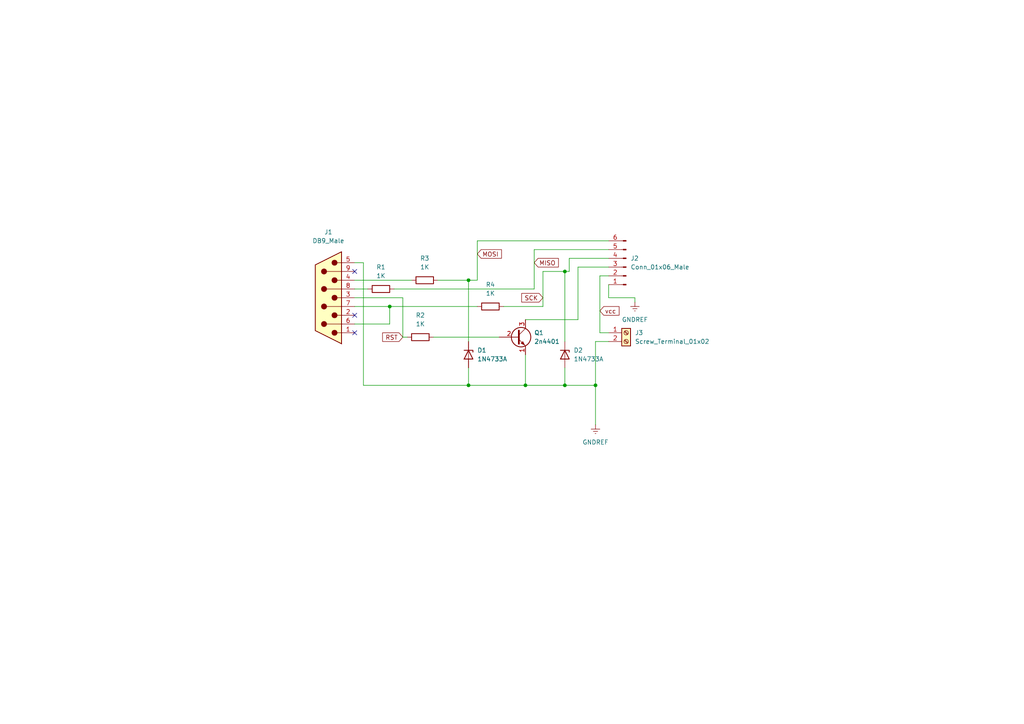
<source format=kicad_sch>
(kicad_sch (version 20211123) (generator eeschema)
  (paper "A4")
  (lib_symbols
    (symbol "Connector:Conn_01x06_Male" (pin_names (offset 1.016) hide)
      (property "Reference" "J" (at 0 7.62 0))
      (property "Value" "Conn_01x06_Male" (at 0 -10.16 0))
      (symbol "Conn_01x06_Male_1_1"
        (polyline (pts (xy 1.27 -7.62) (xy 0.8636 -7.62)) (stroke (width 0.1524)))
        (polyline (pts (xy 1.27 -5.08) (xy 0.8636 -5.08)) (stroke (width 0.1524)))
        (polyline (pts (xy 1.27 -2.54) (xy 0.8636 -2.54)) (stroke (width 0.1524)))
        (polyline (pts (xy 1.27 0) (xy 0.8636 0)) (stroke (width 0.1524)))
        (polyline (pts (xy 1.27 2.54) (xy 0.8636 2.54)) (stroke (width 0.1524)))
        (polyline (pts (xy 1.27 5.08) (xy 0.8636 5.08)) (stroke (width 0.1524)))
        (rectangle (start 0.8636 -7.493) (end 0 -7.747) (stroke (width 0.1524)) (fill (type outline)))
        (rectangle (start 0.8636 -4.953) (end 0 -5.207) (stroke (width 0.1524)) (fill (type outline)))
        (rectangle (start 0.8636 -2.413) (end 0 -2.667) (stroke (width 0.1524)) (fill (type outline)))
        (rectangle (start 0.8636 0.127) (end 0 -0.127) (stroke (width 0.1524)) (fill (type outline)))
        (rectangle (start 0.8636 2.667) (end 0 2.413) (stroke (width 0.1524)) (fill (type outline)))
        (rectangle (start 0.8636 5.207) (end 0 4.953) (stroke (width 0.1524)) (fill (type outline)))
        (pin passive line (at 5.08 5.08 180) (length 3.81) (name "Pin_1") (number "1"))
        (pin passive line (at 5.08 2.54 180) (length 3.81) (name "Pin_2") (number "2"))
        (pin passive line (at 5.08 0 180) (length 3.81) (name "Pin_3") (number "3"))
        (pin passive line (at 5.08 -2.54 180) (length 3.81) (name "Pin_4") (number "4"))
        (pin passive line (at 5.08 -5.08 180) (length 3.81) (name "Pin_5") (number "5"))
        (pin passive line (at 5.08 -7.62 180) (length 3.81) (name "Pin_6") (number "6"))
      )
    )
    (symbol "Connector:DB9_Male" (pin_names (offset 1.016) hide)
      (property "Reference" "J" (at 0 13.97 0))
      (property "Value" "DB9_Male" (at 0 -14.605 0))
      (symbol "DB9_Male_0_1"
        (circle (center -1.778 -10.16) (radius 0.762) (fill (type outline)))
        (circle (center -1.778 -5.08) (radius 0.762) (fill (type outline)))
        (circle (center -1.778 0) (radius 0.762) (fill (type outline)))
        (circle (center -1.778 5.08) (radius 0.762) (fill (type outline)))
        (circle (center -1.778 10.16) (radius 0.762) (fill (type outline)))
        (polyline (pts (xy -3.81 -10.16) (xy -2.54 -10.16)))
        (polyline (pts (xy -3.81 -7.62) (xy 0.508 -7.62)))
        (polyline (pts (xy -3.81 -5.08) (xy -2.54 -5.08)))
        (polyline (pts (xy -3.81 -2.54) (xy 0.508 -2.54)))
        (polyline (pts (xy -3.81 0) (xy -2.54 0)))
        (polyline (pts (xy -3.81 2.54) (xy 0.508 2.54)))
        (polyline (pts (xy -3.81 5.08) (xy -2.54 5.08)))
        (polyline (pts (xy -3.81 7.62) (xy 0.508 7.62)))
        (polyline (pts (xy -3.81 10.16) (xy -2.54 10.16)))
        (polyline (pts (xy -3.81 -13.335) (xy -3.81 13.335) (xy 3.81 9.525) (xy 3.81 -9.525) (xy -3.81 -13.335)) (stroke (width 0.254)) (fill (type background)))
        (circle (center 1.27 -7.62) (radius 0.762) (fill (type outline)))
        (circle (center 1.27 -2.54) (radius 0.762) (fill (type outline)))
        (circle (center 1.27 2.54) (radius 0.762) (fill (type outline)))
        (circle (center 1.27 7.62) (radius 0.762) (fill (type outline)))
      )
      (symbol "DB9_Male_1_1"
        (pin passive line (at -7.62 -10.16 0) (length 3.81) (name "1") (number "1"))
        (pin passive line (at -7.62 -5.08 0) (length 3.81) (name "2") (number "2"))
        (pin passive line (at -7.62 0 0) (length 3.81) (name "3") (number "3"))
        (pin passive line (at -7.62 5.08 0) (length 3.81) (name "4") (number "4"))
        (pin passive line (at -7.62 10.16 0) (length 3.81) (name "5") (number "5"))
        (pin passive line (at -7.62 -7.62 0) (length 3.81) (name "6") (number "6"))
        (pin passive line (at -7.62 -2.54 0) (length 3.81) (name "7") (number "7"))
        (pin passive line (at -7.62 2.54 0) (length 3.81) (name "8") (number "8"))
        (pin passive line (at -7.62 7.62 0) (length 3.81) (name "9") (number "9"))
      )
    )
    (symbol "Connector:Screw_Terminal_01x02" (pin_names (offset 1.016) hide)
      (property "Reference" "J" (at 0 2.54 0))
      (property "Value" "Screw_Terminal_01x02" (at 0 -5.08 0))
      (symbol "Screw_Terminal_01x02_1_1"
        (rectangle (start -1.27 1.27) (end 1.27 -3.81) (stroke (width 0.254)) (fill (type background)))
        (circle (center 0 -2.54) (radius 0.635) (stroke (width 0.1524)))
        (polyline (pts (xy -0.5334 -2.2098) (xy 0.3302 -3.048)) (stroke (width 0.1524)))
        (polyline (pts (xy -0.5334 0.3302) (xy 0.3302 -0.508)) (stroke (width 0.1524)))
        (polyline (pts (xy -0.3556 -2.032) (xy 0.508 -2.8702)) (stroke (width 0.1524)))
        (polyline (pts (xy -0.3556 0.508) (xy 0.508 -0.3302)) (stroke (width 0.1524)))
        (circle (center 0 0) (radius 0.635) (stroke (width 0.1524)))
        (pin passive line (at -5.08 0 0) (length 3.81) (name "Pin_1") (number "1"))
        (pin passive line (at -5.08 -2.54 0) (length 3.81) (name "Pin_2") (number "2"))
      )
    )
    (symbol "Device:R" (pin_numbers hide) (pin_names (offset 0))
      (property "Reference" "R" (at 2.032 0 90))
      (property "Value" "R" (at 0 0 90))
      (symbol "R_0_1"
        (rectangle (start -1.016 -2.54) (end 1.016 2.54) (stroke (width 0.254)))
      )
      (symbol "R_1_1"
        (pin passive line (at 0 3.81 270) (length 1.27) (name "~") (number "1"))
        (pin passive line (at 0 -3.81 90) (length 1.27) (name "~") (number "2"))
      )
    )
    (symbol "Diode:BZV55C5V1" (pin_numbers hide) (pin_names hide)
      (property "Reference" "D" (at 0 2.54 0))
      (property "Value" "BZV55C5V1" (at 0 -2.54 0))
      (symbol "BZV55C5V1_0_1"
        (polyline (pts (xy 1.27 0) (xy -1.27 0)))
        (polyline (pts (xy -1.27 -1.27) (xy -1.27 1.27) (xy -0.762 1.27)) (stroke (width 0.254)))
        (polyline (pts (xy 1.27 -1.27) (xy 1.27 1.27) (xy -1.27 0) (xy 1.27 -1.27)) (stroke (width 0.254)))
      )
      (symbol "BZV55C5V1_1_1"
        (pin passive line (at -3.81 0 0) (length 2.54) (name "K") (number "1"))
        (pin passive line (at 3.81 0 180) (length 2.54) (name "A") (number "2"))
      )
    )
    (symbol "Transistor_BJT:2N3904" (pin_names (offset 0) hide)
      (property "Reference" "Q" (at 5.08 1.905 0))
      (property "Value" "2N3904" (at 5.08 0 0))
      (symbol "2N3904_0_1"
        (polyline (pts (xy 0.635 0.635) (xy 2.54 2.54)))
        (polyline (pts (xy 0.635 -0.635) (xy 2.54 -2.54) (xy 2.54 -2.54)))
        (polyline (pts (xy 0.635 1.905) (xy 0.635 -1.905) (xy 0.635 -1.905)) (stroke (width 0.508)))
        (polyline (pts (xy 1.27 -1.778) (xy 1.778 -1.27) (xy 2.286 -2.286) (xy 1.27 -1.778) (xy 1.27 -1.778)) (fill (type outline)))
        (circle (center 1.27 0) (radius 2.8194) (stroke (width 0.254)))
      )
      (symbol "2N3904_1_1"
        (pin passive line (at 2.54 -5.08 90) (length 2.54) (name "E") (number "1"))
        (pin passive line (at -5.08 0 0) (length 5.715) (name "B") (number "2"))
        (pin passive line (at 2.54 5.08 270) (length 2.54) (name "C") (number "3"))
      )
    )
    (symbol "power:GNDREF" (power) (pin_names (offset 0))
      (property "Value" "GNDREF" (at 0 -3.81 0))
      (symbol "GNDREF_0_1"
        (polyline (pts (xy -0.635 -1.905) (xy 0.635 -1.905)))
        (polyline (pts (xy -0.127 -2.54) (xy 0.127 -2.54)))
        (polyline (pts (xy 0 -1.27) (xy 0 0)))
        (polyline (pts (xy 1.27 -1.27) (xy -1.27 -1.27)))
      )
      (symbol "GNDREF_1_1"
        (pin power_in line (at 0 0 270) (length 0) hide (name "GNDREF") (number "1"))
      )
    )
  )
  (junction (at 152.4 111.76))
  (junction (at 135.89 111.76))
  (junction (at 172.72 111.76))
  (junction (at 113.03 88.9))
  (junction (at 163.83 111.76))
  (junction (at 135.89 81.28))
  (junction (at 163.83 78.74))
  (no_connect (at 102.87 96.52))
  (no_connect (at 102.87 91.44))
  (no_connect (at 102.87 78.74))
  (wire (pts (xy 163.83 106.68) (xy 163.83 111.76)))
  (wire (pts (xy 102.87 88.9) (xy 113.03 88.9)))
  (wire (pts (xy 172.72 99.06) (xy 172.72 111.76)))
  (wire (pts (xy 102.87 86.36) (xy 116.84 86.36)))
  (wire (pts (xy 127 81.28) (xy 135.89 81.28)))
  (wire (pts (xy 173.99 80.01) (xy 176.53 80.01)))
  (wire (pts (xy 154.94 83.82) (xy 154.94 72.39)))
  (wire (pts (xy 176.53 99.06) (xy 172.72 99.06)))
  (wire (pts (xy 113.03 93.98) (xy 102.87 93.98)))
  (wire (pts (xy 176.53 96.52) (xy 173.99 96.52)))
  (wire (pts (xy 135.89 106.68) (xy 135.89 111.76)))
  (wire (pts (xy 165.1 74.93) (xy 176.53 74.93)))
  (wire (pts (xy 165.1 78.74) (xy 165.1 74.93)))
  (wire (pts (xy 138.43 81.28) (xy 138.43 69.85)))
  (wire (pts (xy 157.48 78.74) (xy 163.83 78.74)))
  (wire (pts (xy 176.53 82.55) (xy 176.53 86.36)))
  (wire (pts (xy 152.4 102.87) (xy 152.4 111.76)))
  (wire (pts (xy 163.83 111.76) (xy 172.72 111.76)))
  (wire (pts (xy 102.87 81.28) (xy 119.38 81.28)))
  (wire (pts (xy 176.53 86.36) (xy 184.15 86.36)))
  (wire (pts (xy 176.53 77.47) (xy 167.64 77.47)))
  (wire (pts (xy 173.99 96.52) (xy 173.99 80.01)))
  (wire (pts (xy 116.84 97.79) (xy 118.11 97.79)))
  (wire (pts (xy 114.3 83.82) (xy 154.94 83.82)))
  (wire (pts (xy 138.43 69.85) (xy 176.53 69.85)))
  (wire (pts (xy 105.41 76.2) (xy 105.41 111.76)))
  (wire (pts (xy 154.94 72.39) (xy 176.53 72.39)))
  (wire (pts (xy 157.48 88.9) (xy 157.48 78.74)))
  (wire (pts (xy 163.83 78.74) (xy 165.1 78.74)))
  (wire (pts (xy 184.15 86.36) (xy 184.15 87.63)))
  (wire (pts (xy 163.83 99.06) (xy 163.83 78.74)))
  (wire (pts (xy 116.84 86.36) (xy 116.84 97.79)))
  (wire (pts (xy 105.41 111.76) (xy 135.89 111.76)))
  (wire (pts (xy 102.87 76.2) (xy 105.41 76.2)))
  (wire (pts (xy 135.89 111.76) (xy 152.4 111.76)))
  (wire (pts (xy 135.89 81.28) (xy 138.43 81.28)))
  (wire (pts (xy 152.4 92.71) (xy 167.64 92.71)))
  (wire (pts (xy 113.03 88.9) (xy 138.43 88.9)))
  (wire (pts (xy 167.64 77.47) (xy 167.64 92.71)))
  (wire (pts (xy 102.87 83.82) (xy 106.68 83.82)))
  (wire (pts (xy 146.05 88.9) (xy 157.48 88.9)))
  (wire (pts (xy 152.4 111.76) (xy 163.83 111.76)))
  (wire (pts (xy 135.89 81.28) (xy 135.89 99.06)))
  (wire (pts (xy 113.03 88.9) (xy 113.03 93.98)))
  (wire (pts (xy 172.72 111.76) (xy 172.72 123.19)))
  (wire (pts (xy 125.73 97.79) (xy 144.78 97.79)))
  (global_label "MISO" (shape input) (at 154.94 76.2 0) (property "Intersheet References" "${INTERSHEET_REFS}" (effects hide)))
  (global_label "SCK" (shape input) (at 157.48 86.36 180) (property "Intersheet References" "${INTERSHEET_REFS}" (effects hide)))
  (global_label "vcc" (shape input) (at 173.99 90.17 0) (property "Intersheet References" "${INTERSHEET_REFS}" (effects hide)))
  (global_label "MOSI" (shape input) (at 138.43 73.66 0) (property "Intersheet References" "${INTERSHEET_REFS}" (effects hide)))
  (global_label "RST" (shape input) (at 116.84 97.79 180) (property "Intersheet References" "${INTERSHEET_REFS}" (effects hide)))
  (symbol (lib_id "Device:R") (at 121.92 97.79 90) (unit 1)
    (property "Reference" "R2" (at 121.92 91.44 90))
    (property "Value" "1K" (at 121.92 93.98 90))
    (property "Footprint" "Resistor_THT:R_Axial_DIN0204_L3.6mm_D1.6mm_P7.62mm_Horizontal" (effects hide))
  )
  (symbol (lib_id "Transistor_BJT:2N3904") (at 149.86 97.79 0) (unit 1)
    (property "Reference" "Q1" (at 154.94 96.5199 0) (effects (justify left)))
    (property "Value" "2n4401" (at 154.94 99.0599 0) (effects (justify left)))
    (property "Footprint" "Package_TO_SOT_THT:TO-92" (effects hide))
    (property "Datasheet" "https://www.onsemi.com/pub/Collateral/2N3903-D.PDF" (effects hide))
  )
  (symbol (lib_id "power:GNDREF") (at 172.72 123.19 0) (unit 1)
    (property "Reference" "#PWR01" (effects hide))
    (property "Value" "GNDREF" (at 172.72 128.27 0))
  )
  (symbol (lib_id "Diode:BZV55C5V1") (at 135.89 102.87 270) (unit 1)
    (property "Reference" "D1" (at 138.43 101.5999 90) (effects (justify left)))
    (property "Value" "1N4733A" (at 138.43 104.1399 90) (effects (justify left)))
    (property "Footprint" "Diode_THT:D_A-405_P10.16mm_Horizontal" (effects hide))
    (property "Datasheet" "https://assets.nexperia.com/documents/data-sheet/BZV55_SER.pdf" (effects hide))
  )
  (symbol (lib_id "Device:R") (at 110.49 83.82 90) (unit 1)
    (property "Reference" "R1" (at 110.49 77.47 90))
    (property "Value" "1K" (at 110.49 80.01 90))
    (property "Footprint" "Resistor_THT:R_Axial_DIN0207_L6.3mm_D2.5mm_P15.24mm_Horizontal" (effects hide))
  )
  (symbol (lib_id "Device:R") (at 142.24 88.9 90) (unit 1)
    (property "Reference" "R4" (at 142.24 82.55 90))
    (property "Value" "1K" (at 142.24 85.09 90))
    (property "Footprint" "Resistor_THT:R_Axial_DIN0204_L3.6mm_D1.6mm_P7.62mm_Horizontal" (effects hide))
  )
  (symbol (lib_id "Device:R") (at 123.19 81.28 90) (unit 1)
    (property "Reference" "R3" (at 123.19 74.93 90))
    (property "Value" "1K" (at 123.19 77.47 90))
    (property "Footprint" "Resistor_THT:R_Axial_DIN0204_L3.6mm_D1.6mm_P7.62mm_Horizontal" (effects hide))
  )
  (symbol (lib_id "Connector:DB9_Male") (at 95.25 86.36 0) (mirror y) (unit 1)
    (property "Reference" "J1" (at 95.25 67.31 0))
    (property "Value" "DB9_Male" (at 95.25 69.85 0))
    (property "Footprint" "Connector_Dsub:DSUB-9_Male_Horizontal_P2.77x2.84mm_EdgePinOffset4.94mm_Housed_MountingHolesOffset7.48mm" (effects hide))
    (property "Datasheet" " ~" (effects hide))
  )
  (symbol (lib_id "Diode:BZV55C5V1") (at 163.83 102.87 270) (unit 1)
    (property "Reference" "D2" (at 166.37 101.5999 90) (effects (justify left)))
    (property "Value" "1N4733A" (at 166.37 104.1399 90) (effects (justify left)))
    (property "Footprint" "Diode_THT:D_A-405_P10.16mm_Horizontal" (effects hide))
    (property "Datasheet" "https://assets.nexperia.com/documents/data-sheet/BZV55_SER.pdf" (effects hide))
  )
  (symbol (lib_id "Connector:Screw_Terminal_01x02") (at 181.61 96.52 0) (unit 1)
    (property "Reference" "J3" (at 184.15 96.5199 0) (effects (justify left)))
    (property "Value" "Screw_Terminal_01x02" (at 184.15 99.0599 0) (effects (justify left)))
    (property "Footprint" "TerminalBlock:TerminalBlock_bornier-2_P5.08mm" (effects hide))
  )
  (symbol (lib_id "Connector:Conn_01x06_Male") (at 181.61 77.47 180) (unit 1)
    (property "Reference" "J2" (at 182.88 74.9299 0) (effects (justify right)))
    (property "Value" "Conn_01x06_Male" (at 182.88 77.4699 0) (effects (justify right)))
    (property "Footprint" "Connector_PinHeader_2.54mm:PinHeader_1x06_P2.54mm_Vertical" (effects hide))
  )
  (symbol (lib_id "power:GNDREF") (at 184.15 87.63 0) (unit 1)
    (property "Reference" "#PWR02" (effects hide))
    (property "Value" "GNDREF" (at 184.15 92.71 0))
  )
)
</source>
